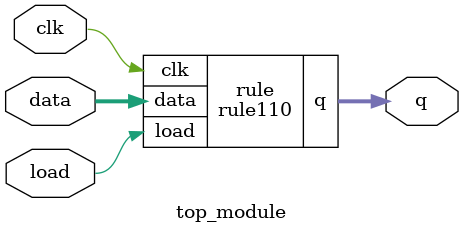
<source format=sv>
module rule110 (
    input clk,
    input load,
    input [511:0] data,
    output reg [511:0] q
);

    reg [511:0] q_temp;

    always @(posedge clk) begin
        if (load) begin
            q <= data;
        end else begin
            q_temp[0] <= (~q[1] & q[0]) ^ (q[1] | ~q[0]);
            q_temp[511] <= (q[510] & ~q[511]) ^ (q[510] | ~q[511]);

            for (integer i = 1; i < 511; i = i + 1) begin
                q_temp[i] <= (q[i-1] & q[i] & ~q[i+1]) ^ (q[i-1] & q[i] | q[i-1] & ~q[i+1] | q[i] & ~q[i+1]);
            end

            q <= q_temp;
        end
    end

endmodule
module top_module (
    input clk,
    input load,
    input [511:0] data,
    output reg [511:0] q
);

    rule110 rule (
        .clk(clk),
        .load(load),
        .data(data),
        .q(q)
    );

endmodule

</source>
